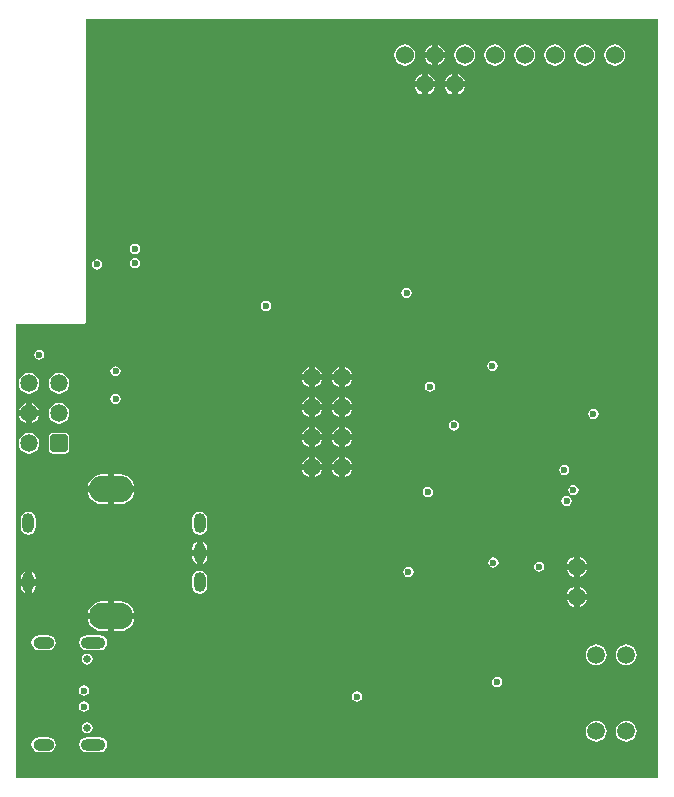
<source format=gbr>
%TF.GenerationSoftware,Altium Limited,Altium Designer,20.1.8 (145)*%
G04 Layer_Physical_Order=2*
G04 Layer_Color=36540*
%FSLAX45Y45*%
%MOMM*%
%TF.SameCoordinates,C5ED230C-B98B-42D8-9333-440794D2D960*%
%TF.FilePolarity,Positive*%
%TF.FileFunction,Copper,L2,Inr,Signal*%
%TF.Part,Single*%
G01*
G75*
%TA.AperFunction,ComponentPad*%
%ADD42C,0.65000*%
%ADD43O,2.10000X1.00000*%
%ADD44O,1.80000X1.00000*%
%ADD45C,1.50000*%
%ADD46C,0.56000*%
G04:AMPARAMS|DCode=47|XSize=1.5mm|YSize=1.45mm|CornerRadius=0.18125mm|HoleSize=0mm|Usage=FLASHONLY|Rotation=90.000|XOffset=0mm|YOffset=0mm|HoleType=Round|Shape=RoundedRectangle|*
%AMROUNDEDRECTD47*
21,1,1.50000,1.08750,0,0,90.0*
21,1,1.13750,1.45000,0,0,90.0*
1,1,0.36250,0.54375,0.56875*
1,1,0.36250,0.54375,-0.56875*
1,1,0.36250,-0.54375,-0.56875*
1,1,0.36250,-0.54375,0.56875*
%
%ADD47ROUNDEDRECTD47*%
%ADD48O,1.45000X1.50000*%
G04:AMPARAMS|DCode=49|XSize=2.25mm|YSize=3.75mm|CornerRadius=1.125mm|HoleSize=0mm|Usage=FLASHONLY|Rotation=90.000|XOffset=0mm|YOffset=0mm|HoleType=Round|Shape=RoundedRectangle|*
%AMROUNDEDRECTD49*
21,1,2.25000,1.50000,0,0,90.0*
21,1,0.00000,3.75000,0,0,90.0*
1,1,2.25000,0.75000,0.00000*
1,1,2.25000,0.75000,0.00000*
1,1,2.25000,-0.75000,0.00000*
1,1,2.25000,-0.75000,0.00000*
%
%ADD49ROUNDEDRECTD49*%
%ADD50O,3.75000X2.25000*%
%ADD51O,1.00000X1.70000*%
%ADD52C,1.52400*%
%TA.AperFunction,ViaPad*%
%ADD53C,0.60000*%
G36*
X5466660Y41341D02*
X33341D01*
Y3883072D01*
X601280D01*
X609084Y3884625D01*
X615700Y3889045D01*
X620120Y3895661D01*
X621672Y3903464D01*
Y6466659D01*
X5466659Y6466659D01*
X5466660Y41341D01*
D02*
G37*
%LPC*%
G36*
X3604402Y6248203D02*
Y6187907D01*
X3664701D01*
X3656655Y6207334D01*
X3642405Y6225904D01*
X3623834Y6240154D01*
X3604402Y6248203D01*
D02*
G37*
G36*
X3553602Y6248204D02*
X3534167Y6240154D01*
X3515596Y6225904D01*
X3501347Y6207334D01*
X3493300Y6187907D01*
X3553602D01*
Y6248204D01*
D02*
G37*
G36*
X3664707Y6137107D02*
X3604402D01*
Y6076797D01*
X3623834Y6084846D01*
X3642405Y6099096D01*
X3656655Y6117667D01*
X3664707Y6137107D01*
D02*
G37*
G36*
X3553602D02*
X3493294D01*
X3501347Y6117667D01*
X3515596Y6099096D01*
X3534167Y6084846D01*
X3553602Y6076796D01*
Y6137107D01*
D02*
G37*
G36*
X5103001Y6252167D02*
X5079793Y6249112D01*
X5058167Y6240154D01*
X5039596Y6225904D01*
X5025347Y6207334D01*
X5016389Y6185708D01*
X5013334Y6162500D01*
X5016389Y6139293D01*
X5025347Y6117667D01*
X5039596Y6099096D01*
X5058167Y6084846D01*
X5079793Y6075889D01*
X5103001Y6072833D01*
X5126208Y6075889D01*
X5147834Y6084846D01*
X5166405Y6099096D01*
X5180655Y6117667D01*
X5189612Y6139293D01*
X5192668Y6162500D01*
X5189612Y6185708D01*
X5180655Y6207334D01*
X5166405Y6225904D01*
X5147834Y6240154D01*
X5126208Y6249112D01*
X5103001Y6252167D01*
D02*
G37*
G36*
X4849001D02*
X4825793Y6249112D01*
X4804167Y6240154D01*
X4785596Y6225904D01*
X4771347Y6207334D01*
X4762389Y6185708D01*
X4759334Y6162500D01*
X4762389Y6139293D01*
X4771347Y6117667D01*
X4785596Y6099096D01*
X4804167Y6084846D01*
X4825793Y6075889D01*
X4849001Y6072833D01*
X4872208Y6075889D01*
X4893834Y6084846D01*
X4912405Y6099096D01*
X4926655Y6117667D01*
X4935612Y6139293D01*
X4938668Y6162500D01*
X4935612Y6185708D01*
X4926655Y6207334D01*
X4912405Y6225904D01*
X4893834Y6240154D01*
X4872208Y6249112D01*
X4849001Y6252167D01*
D02*
G37*
G36*
X4595001D02*
X4571793Y6249112D01*
X4550167Y6240154D01*
X4531596Y6225904D01*
X4517347Y6207334D01*
X4508389Y6185708D01*
X4505334Y6162500D01*
X4508389Y6139293D01*
X4517347Y6117667D01*
X4531596Y6099096D01*
X4550167Y6084846D01*
X4571793Y6075889D01*
X4595001Y6072833D01*
X4618208Y6075889D01*
X4639834Y6084846D01*
X4658405Y6099096D01*
X4672655Y6117667D01*
X4681612Y6139293D01*
X4684668Y6162500D01*
X4681612Y6185708D01*
X4672655Y6207334D01*
X4658405Y6225904D01*
X4639834Y6240154D01*
X4618208Y6249112D01*
X4595001Y6252167D01*
D02*
G37*
G36*
X4341001D02*
X4317793Y6249112D01*
X4296167Y6240154D01*
X4277596Y6225904D01*
X4263347Y6207334D01*
X4254389Y6185708D01*
X4251334Y6162500D01*
X4254389Y6139293D01*
X4263347Y6117667D01*
X4277596Y6099096D01*
X4296167Y6084846D01*
X4317793Y6075889D01*
X4341001Y6072833D01*
X4364208Y6075889D01*
X4385834Y6084846D01*
X4404405Y6099096D01*
X4418655Y6117667D01*
X4427612Y6139293D01*
X4430668Y6162500D01*
X4427612Y6185708D01*
X4418655Y6207334D01*
X4404405Y6225904D01*
X4385834Y6240154D01*
X4364208Y6249112D01*
X4341001Y6252167D01*
D02*
G37*
G36*
X4087001D02*
X4063793Y6249112D01*
X4042167Y6240154D01*
X4023596Y6225904D01*
X4009347Y6207334D01*
X4000389Y6185708D01*
X3997334Y6162500D01*
X4000389Y6139293D01*
X4009347Y6117667D01*
X4023596Y6099096D01*
X4042167Y6084846D01*
X4063793Y6075889D01*
X4087001Y6072833D01*
X4110208Y6075889D01*
X4131834Y6084846D01*
X4150405Y6099096D01*
X4164655Y6117667D01*
X4173612Y6139293D01*
X4176668Y6162500D01*
X4173612Y6185708D01*
X4164655Y6207334D01*
X4150405Y6225904D01*
X4131834Y6240154D01*
X4110208Y6249112D01*
X4087001Y6252167D01*
D02*
G37*
G36*
X3833001D02*
X3809793Y6249112D01*
X3788167Y6240154D01*
X3769596Y6225904D01*
X3755347Y6207334D01*
X3746389Y6185708D01*
X3743334Y6162500D01*
X3746389Y6139293D01*
X3755347Y6117667D01*
X3769596Y6099096D01*
X3788167Y6084846D01*
X3809793Y6075889D01*
X3833001Y6072833D01*
X3856208Y6075889D01*
X3877834Y6084846D01*
X3896405Y6099096D01*
X3910655Y6117667D01*
X3919612Y6139293D01*
X3922668Y6162500D01*
X3919612Y6185708D01*
X3910655Y6207334D01*
X3896405Y6225904D01*
X3877834Y6240154D01*
X3856208Y6249112D01*
X3833001Y6252167D01*
D02*
G37*
G36*
X3325001D02*
X3301793Y6249112D01*
X3280167Y6240154D01*
X3261596Y6225904D01*
X3247347Y6207334D01*
X3238389Y6185708D01*
X3235334Y6162500D01*
X3238389Y6139293D01*
X3247347Y6117667D01*
X3261596Y6099096D01*
X3280167Y6084846D01*
X3301793Y6075889D01*
X3325001Y6072833D01*
X3348208Y6075889D01*
X3369834Y6084846D01*
X3388405Y6099096D01*
X3402655Y6117667D01*
X3411612Y6139293D01*
X3414668Y6162500D01*
X3411612Y6185708D01*
X3402655Y6207334D01*
X3388405Y6225904D01*
X3369834Y6240154D01*
X3348208Y6249112D01*
X3325001Y6252167D01*
D02*
G37*
G36*
X3771906Y5997902D02*
Y5938899D01*
X3830905D01*
X3823106Y5957728D01*
X3809048Y5976048D01*
X3790728Y5990106D01*
X3771906Y5997902D01*
D02*
G37*
G36*
X3517906D02*
Y5938899D01*
X3576905D01*
X3569106Y5957728D01*
X3555048Y5976048D01*
X3536728Y5990106D01*
X3517906Y5997902D01*
D02*
G37*
G36*
X3467106Y5997907D02*
X3448272Y5990106D01*
X3429952Y5976048D01*
X3415894Y5957728D01*
X3408095Y5938899D01*
X3467106D01*
Y5997907D01*
D02*
G37*
G36*
X3721106D02*
X3702272Y5990106D01*
X3683952Y5976048D01*
X3669894Y5957728D01*
X3662095Y5938899D01*
X3721106D01*
Y5997907D01*
D02*
G37*
G36*
X3830904Y5888099D02*
X3771906D01*
Y5829098D01*
X3790728Y5836894D01*
X3809048Y5850952D01*
X3823106Y5869272D01*
X3830904Y5888099D01*
D02*
G37*
G36*
X3576904D02*
X3517906D01*
Y5829098D01*
X3536728Y5836894D01*
X3555048Y5850952D01*
X3569106Y5869272D01*
X3576904Y5888099D01*
D02*
G37*
G36*
X3467106D02*
X3408096D01*
X3415894Y5869272D01*
X3429952Y5850952D01*
X3448272Y5836894D01*
X3467106Y5829093D01*
Y5888099D01*
D02*
G37*
G36*
X3721106D02*
X3662096D01*
X3669894Y5869272D01*
X3683952Y5850952D01*
X3702272Y5836894D01*
X3721106Y5829093D01*
Y5888099D01*
D02*
G37*
G36*
X1040000Y4563536D02*
X1023339Y4560222D01*
X1009215Y4550785D01*
X999778Y4536660D01*
X996464Y4520000D01*
X999778Y4503339D01*
X1009215Y4489215D01*
X1023339Y4479777D01*
X1040000Y4476463D01*
X1056661Y4479777D01*
X1070785Y4489215D01*
X1080222Y4503339D01*
X1083536Y4520000D01*
X1080222Y4536660D01*
X1070785Y4550785D01*
X1056661Y4560222D01*
X1040000Y4563536D01*
D02*
G37*
G36*
Y4443696D02*
X1023339Y4440382D01*
X1009215Y4430945D01*
X999778Y4416820D01*
X996464Y4400160D01*
X999778Y4383499D01*
X1009215Y4369375D01*
X1023339Y4359937D01*
X1040000Y4356623D01*
X1056661Y4359937D01*
X1070785Y4369375D01*
X1080222Y4383499D01*
X1083536Y4400160D01*
X1080222Y4416820D01*
X1070785Y4430945D01*
X1056661Y4440382D01*
X1040000Y4443696D01*
D02*
G37*
G36*
X720294Y4433693D02*
X703633Y4430380D01*
X689509Y4420942D01*
X680072Y4406818D01*
X676758Y4390157D01*
X680072Y4373496D01*
X689509Y4359372D01*
X703633Y4349935D01*
X720294Y4346621D01*
X736955Y4349935D01*
X751079Y4359372D01*
X760516Y4373496D01*
X763830Y4390157D01*
X760516Y4406818D01*
X751079Y4420942D01*
X736955Y4430380D01*
X720294Y4433693D01*
D02*
G37*
G36*
X3339180Y4192532D02*
X3322520Y4189218D01*
X3308395Y4179781D01*
X3298958Y4165657D01*
X3295644Y4148996D01*
X3298958Y4132335D01*
X3308395Y4118211D01*
X3322520Y4108774D01*
X3339180Y4105460D01*
X3355841Y4108774D01*
X3369965Y4118211D01*
X3379403Y4132335D01*
X3382717Y4148996D01*
X3379403Y4165657D01*
X3369965Y4179781D01*
X3355841Y4189218D01*
X3339180Y4192532D01*
D02*
G37*
G36*
X2150187Y4082136D02*
X2133527Y4078822D01*
X2119403Y4069385D01*
X2109965Y4055261D01*
X2106651Y4038600D01*
X2109965Y4021939D01*
X2119403Y4007815D01*
X2133527Y3998378D01*
X2150187Y3995064D01*
X2166848Y3998378D01*
X2180972Y4007815D01*
X2190410Y4021939D01*
X2193724Y4038600D01*
X2190410Y4055261D01*
X2180972Y4069385D01*
X2166848Y4078822D01*
X2150187Y4082136D01*
D02*
G37*
G36*
X230000Y3669396D02*
X213339Y3666082D01*
X199215Y3656644D01*
X189778Y3642520D01*
X186464Y3625859D01*
X189778Y3609199D01*
X199215Y3595074D01*
X213339Y3585637D01*
X230000Y3582323D01*
X246661Y3585637D01*
X260785Y3595074D01*
X270222Y3609199D01*
X273536Y3625859D01*
X270222Y3642520D01*
X260785Y3656644D01*
X246661Y3666082D01*
X230000Y3669396D01*
D02*
G37*
G36*
X4066567Y3574936D02*
X4049906Y3571622D01*
X4035782Y3562185D01*
X4026345Y3548060D01*
X4023031Y3531400D01*
X4026345Y3514739D01*
X4035782Y3500615D01*
X4049906Y3491177D01*
X4066567Y3487863D01*
X4083228Y3491177D01*
X4097352Y3500615D01*
X4106789Y3514739D01*
X4110103Y3531400D01*
X4106789Y3548060D01*
X4097352Y3562185D01*
X4083228Y3571622D01*
X4066567Y3574936D01*
D02*
G37*
G36*
X2819395Y3518191D02*
Y3459187D01*
X2878403D01*
X2870606Y3478012D01*
X2856548Y3496332D01*
X2838228Y3510390D01*
X2819395Y3518191D01*
D02*
G37*
G36*
X2768595Y3518187D02*
X2749772Y3510390D01*
X2731452Y3496332D01*
X2717394Y3478012D01*
X2709597Y3459187D01*
X2768595D01*
Y3518187D01*
D02*
G37*
G36*
X2563494Y3518189D02*
Y3459184D01*
X2622499D01*
X2614700Y3478012D01*
X2600643Y3496332D01*
X2582322Y3510390D01*
X2563494Y3518189D01*
D02*
G37*
G36*
X2512694D02*
X2493866Y3510390D01*
X2475546Y3496332D01*
X2461489Y3478012D01*
X2453690Y3459184D01*
X2512694D01*
Y3518189D01*
D02*
G37*
G36*
X875473Y3528108D02*
X858812Y3524794D01*
X844688Y3515356D01*
X835251Y3501232D01*
X831937Y3484572D01*
X835251Y3467911D01*
X844688Y3453787D01*
X858812Y3444349D01*
X875473Y3441035D01*
X892134Y3444349D01*
X906258Y3453787D01*
X915695Y3467911D01*
X919009Y3484572D01*
X915695Y3501232D01*
X906258Y3515356D01*
X892134Y3524794D01*
X875473Y3528108D01*
D02*
G37*
G36*
X2768595Y3408387D02*
X2709594D01*
X2717394Y3389556D01*
X2731452Y3371236D01*
X2749772Y3357178D01*
X2768595Y3349381D01*
Y3408387D01*
D02*
G37*
G36*
X2622499Y3408384D02*
X2563494D01*
Y3349379D01*
X2582322Y3357178D01*
X2600643Y3371236D01*
X2614700Y3389556D01*
X2622499Y3408384D01*
D02*
G37*
G36*
X2512694D02*
X2453690D01*
X2461489Y3389556D01*
X2475546Y3371236D01*
X2493866Y3357178D01*
X2512694Y3349379D01*
Y3408384D01*
D02*
G37*
G36*
X2878406Y3408387D02*
X2819395D01*
Y3349377D01*
X2838228Y3357178D01*
X2856548Y3371236D01*
X2870606Y3389556D01*
X2878406Y3408387D01*
D02*
G37*
G36*
X3537876Y3398015D02*
X3521215Y3394701D01*
X3507091Y3385264D01*
X3497653Y3371140D01*
X3494339Y3354479D01*
X3497653Y3337818D01*
X3507091Y3323694D01*
X3521215Y3314257D01*
X3537876Y3310943D01*
X3554536Y3314257D01*
X3568661Y3323694D01*
X3578098Y3337818D01*
X3581412Y3354479D01*
X3578098Y3371140D01*
X3568661Y3385264D01*
X3554536Y3394701D01*
X3537876Y3398015D01*
D02*
G37*
G36*
X397000Y3472435D02*
X374758Y3469507D01*
X354032Y3460922D01*
X336235Y3447265D01*
X322578Y3429467D01*
X313993Y3408741D01*
X311065Y3386500D01*
Y3381500D01*
X313993Y3359258D01*
X322578Y3338532D01*
X336235Y3320735D01*
X354032Y3307078D01*
X374758Y3298493D01*
X397000Y3295565D01*
X419241Y3298493D01*
X439968Y3307078D01*
X457765Y3320735D01*
X471422Y3338532D01*
X480007Y3359258D01*
X482935Y3381500D01*
Y3386500D01*
X480007Y3408741D01*
X471422Y3429467D01*
X457765Y3447265D01*
X439968Y3460922D01*
X419241Y3469507D01*
X397000Y3472435D01*
D02*
G37*
G36*
X143000D02*
X120758Y3469507D01*
X100032Y3460922D01*
X82235Y3447265D01*
X68578Y3429467D01*
X59993Y3408741D01*
X57065Y3386500D01*
Y3381500D01*
X59993Y3359258D01*
X68578Y3338532D01*
X82235Y3320735D01*
X100032Y3307078D01*
X120758Y3298493D01*
X143000Y3295565D01*
X165241Y3298493D01*
X185968Y3307078D01*
X203765Y3320735D01*
X217422Y3338532D01*
X226007Y3359258D01*
X228935Y3381500D01*
Y3386500D01*
X226007Y3408741D01*
X217422Y3429467D01*
X203765Y3447265D01*
X185968Y3460922D01*
X165241Y3469507D01*
X143000Y3472435D01*
D02*
G37*
G36*
X875473Y3293583D02*
X858812Y3290269D01*
X844688Y3280831D01*
X835251Y3266707D01*
X831937Y3250046D01*
X835251Y3233386D01*
X844688Y3219262D01*
X858812Y3209824D01*
X875473Y3206510D01*
X892134Y3209824D01*
X906258Y3219262D01*
X915695Y3233386D01*
X919009Y3250046D01*
X915695Y3266707D01*
X906258Y3280831D01*
X892134Y3290269D01*
X875473Y3293583D01*
D02*
G37*
G36*
X2819400Y3264189D02*
Y3205184D01*
X2878405D01*
X2870606Y3224012D01*
X2856548Y3242332D01*
X2838228Y3256390D01*
X2819400Y3264189D01*
D02*
G37*
G36*
X2768600D02*
X2749772Y3256390D01*
X2731452Y3242332D01*
X2717394Y3224012D01*
X2709595Y3205184D01*
X2768600D01*
Y3264189D01*
D02*
G37*
G36*
X2563494D02*
Y3205184D01*
X2622499D01*
X2614700Y3224012D01*
X2600643Y3242332D01*
X2582322Y3256390D01*
X2563494Y3264189D01*
D02*
G37*
G36*
X2512694D02*
X2493866Y3256390D01*
X2475546Y3242332D01*
X2461489Y3224012D01*
X2453690Y3205184D01*
X2512694D01*
Y3264189D01*
D02*
G37*
G36*
X168407Y3214196D02*
Y3155401D01*
X225734D01*
X217422Y3175467D01*
X203765Y3193265D01*
X185968Y3206922D01*
X168407Y3214196D01*
D02*
G37*
G36*
X117607Y3214201D02*
X100032Y3206922D01*
X82235Y3193265D01*
X68578Y3175467D01*
X60266Y3155401D01*
X117607D01*
Y3214201D01*
D02*
G37*
G36*
X2878405Y3154384D02*
X2819400D01*
Y3095379D01*
X2838228Y3103178D01*
X2856548Y3117236D01*
X2870606Y3135556D01*
X2878405Y3154384D01*
D02*
G37*
G36*
X2768600D02*
X2709595D01*
X2717394Y3135556D01*
X2731452Y3117236D01*
X2749772Y3103178D01*
X2768600Y3095379D01*
Y3154384D01*
D02*
G37*
G36*
X2622499D02*
X2563494D01*
Y3095379D01*
X2582322Y3103178D01*
X2600643Y3117236D01*
X2614700Y3135556D01*
X2622499Y3154384D01*
D02*
G37*
G36*
X2512694D02*
X2453690D01*
X2461489Y3135556D01*
X2475546Y3117236D01*
X2493866Y3103178D01*
X2512694Y3095379D01*
Y3154384D01*
D02*
G37*
G36*
X4922101Y3168055D02*
X4905440Y3164741D01*
X4891316Y3155303D01*
X4881878Y3141179D01*
X4878565Y3124519D01*
X4881878Y3107858D01*
X4891316Y3093734D01*
X4905440Y3084296D01*
X4922101Y3080982D01*
X4938762Y3084296D01*
X4952886Y3093734D01*
X4962323Y3107858D01*
X4965637Y3124519D01*
X4962323Y3141179D01*
X4952886Y3155303D01*
X4938762Y3164741D01*
X4922101Y3168055D01*
D02*
G37*
G36*
X225735Y3104601D02*
X168407D01*
Y3045804D01*
X185968Y3053078D01*
X203765Y3066735D01*
X217422Y3084532D01*
X225735Y3104601D01*
D02*
G37*
G36*
X117607D02*
X60265D01*
X68578Y3084532D01*
X82235Y3066735D01*
X100032Y3053078D01*
X117607Y3045798D01*
Y3104601D01*
D02*
G37*
G36*
X397000Y3218435D02*
X374758Y3215507D01*
X354032Y3206922D01*
X336235Y3193265D01*
X322578Y3175467D01*
X313993Y3154741D01*
X311065Y3132500D01*
Y3127500D01*
X313993Y3105258D01*
X322578Y3084532D01*
X336235Y3066735D01*
X354032Y3053078D01*
X374758Y3044493D01*
X397000Y3041565D01*
X419241Y3044493D01*
X439968Y3053078D01*
X457765Y3066735D01*
X471422Y3084532D01*
X480007Y3105258D01*
X482935Y3127500D01*
Y3132500D01*
X480007Y3154741D01*
X471422Y3175467D01*
X457765Y3193265D01*
X439968Y3206922D01*
X419241Y3215507D01*
X397000Y3218435D01*
D02*
G37*
G36*
X3741001Y3070216D02*
X3724340Y3066902D01*
X3710216Y3057465D01*
X3700778Y3043341D01*
X3697465Y3026680D01*
X3700778Y3010019D01*
X3710216Y2995895D01*
X3724340Y2986458D01*
X3741001Y2983144D01*
X3757662Y2986458D01*
X3771786Y2995895D01*
X3781223Y3010019D01*
X3784537Y3026680D01*
X3781223Y3043341D01*
X3771786Y3057465D01*
X3757662Y3066902D01*
X3741001Y3070216D01*
D02*
G37*
G36*
X2819395Y3010191D02*
Y2951187D01*
X2878403D01*
X2870606Y2970012D01*
X2856548Y2988332D01*
X2838228Y3002390D01*
X2819395Y3010191D01*
D02*
G37*
G36*
X2768595Y3010187D02*
X2749772Y3002390D01*
X2731452Y2988332D01*
X2717394Y2970012D01*
X2709597Y2951187D01*
X2768595D01*
Y3010187D01*
D02*
G37*
G36*
X2563494Y3010189D02*
Y2951184D01*
X2622499D01*
X2614700Y2970012D01*
X2600643Y2988332D01*
X2582322Y3002390D01*
X2563494Y3010189D01*
D02*
G37*
G36*
X2512694D02*
X2493866Y3002390D01*
X2475546Y2988332D01*
X2461489Y2970012D01*
X2453690Y2951184D01*
X2512694D01*
Y3010189D01*
D02*
G37*
G36*
X2768595Y2900387D02*
X2709594D01*
X2717394Y2881556D01*
X2731452Y2863236D01*
X2749772Y2849178D01*
X2768595Y2841381D01*
Y2900387D01*
D02*
G37*
G36*
X2622499Y2900384D02*
X2563494D01*
Y2841379D01*
X2582322Y2849178D01*
X2600643Y2863236D01*
X2614700Y2881556D01*
X2622499Y2900384D01*
D02*
G37*
G36*
X2512694D02*
X2453690D01*
X2461489Y2881556D01*
X2475546Y2863236D01*
X2493866Y2849178D01*
X2512694Y2841379D01*
Y2900384D01*
D02*
G37*
G36*
X2878406Y2900387D02*
X2819395D01*
Y2841377D01*
X2838228Y2849178D01*
X2856548Y2863236D01*
X2870606Y2881556D01*
X2878406Y2900387D01*
D02*
G37*
G36*
X451375Y2964304D02*
X342625D01*
X330598Y2961911D01*
X320401Y2955098D01*
X313588Y2944902D01*
X311196Y2932875D01*
Y2819125D01*
X313588Y2807098D01*
X320401Y2796901D01*
X330598Y2790088D01*
X342625Y2787696D01*
X451375D01*
X463402Y2790088D01*
X473599Y2796901D01*
X480412Y2807098D01*
X482804Y2819125D01*
Y2932875D01*
X480412Y2944902D01*
X473599Y2955098D01*
X463402Y2961911D01*
X451375Y2964304D01*
D02*
G37*
G36*
X143000Y2964435D02*
X120758Y2961507D01*
X100032Y2952922D01*
X82235Y2939265D01*
X68578Y2921467D01*
X59993Y2900741D01*
X57065Y2878500D01*
Y2873500D01*
X59993Y2851258D01*
X68578Y2830532D01*
X82235Y2812735D01*
X100032Y2799078D01*
X120758Y2790493D01*
X143000Y2787565D01*
X165241Y2790493D01*
X185968Y2799078D01*
X203765Y2812735D01*
X217422Y2830532D01*
X226007Y2851258D01*
X228935Y2873500D01*
Y2878500D01*
X226007Y2900741D01*
X217422Y2921467D01*
X203765Y2939265D01*
X185968Y2952922D01*
X165241Y2961507D01*
X143000Y2964435D01*
D02*
G37*
G36*
X2563493Y2756189D02*
Y2697191D01*
X2622496D01*
X2614700Y2716012D01*
X2600643Y2734332D01*
X2582322Y2748390D01*
X2563493Y2756189D01*
D02*
G37*
G36*
X2512693Y2756188D02*
X2493866Y2748390D01*
X2475546Y2734332D01*
X2461489Y2716012D01*
X2453692Y2697191D01*
X2512693D01*
Y2756188D01*
D02*
G37*
G36*
X2819395Y2756191D02*
Y2697187D01*
X2878403D01*
X2870606Y2716012D01*
X2856548Y2734332D01*
X2838228Y2748390D01*
X2819395Y2756191D01*
D02*
G37*
G36*
X2768595Y2756187D02*
X2749772Y2748390D01*
X2731452Y2734332D01*
X2717394Y2716012D01*
X2709597Y2697187D01*
X2768595D01*
Y2756187D01*
D02*
G37*
G36*
X4675541Y2692237D02*
X4658880Y2688923D01*
X4644756Y2679485D01*
X4635318Y2665361D01*
X4632004Y2648700D01*
X4635318Y2632040D01*
X4644756Y2617916D01*
X4658880Y2608478D01*
X4675541Y2605164D01*
X4692201Y2608478D01*
X4706326Y2617916D01*
X4715763Y2632040D01*
X4719077Y2648700D01*
X4715763Y2665361D01*
X4706326Y2679485D01*
X4692201Y2688923D01*
X4675541Y2692237D01*
D02*
G37*
G36*
X2768595Y2646387D02*
X2709594D01*
X2717394Y2627556D01*
X2731452Y2609236D01*
X2749772Y2595178D01*
X2768595Y2587381D01*
Y2646387D01*
D02*
G37*
G36*
X2512693Y2646391D02*
X2453687D01*
X2461489Y2627556D01*
X2475546Y2609236D01*
X2493866Y2595178D01*
X2512693Y2587380D01*
Y2646391D01*
D02*
G37*
G36*
X2622502D02*
X2563493D01*
Y2587379D01*
X2582322Y2595178D01*
X2600643Y2609236D01*
X2614700Y2627556D01*
X2622502Y2646391D01*
D02*
G37*
G36*
X2878406Y2646387D02*
X2819395D01*
Y2587377D01*
X2838228Y2595178D01*
X2856548Y2609236D01*
X2870606Y2627556D01*
X2878406Y2646387D01*
D02*
G37*
G36*
X913200Y2611960D02*
X863600D01*
Y2511082D01*
X1036136D01*
X1035177Y2518364D01*
X1022562Y2548820D01*
X1002494Y2574974D01*
X976340Y2595042D01*
X945884Y2607657D01*
X913200Y2611960D01*
D02*
G37*
G36*
X812800D02*
X763200D01*
X730516Y2607657D01*
X700060Y2595042D01*
X673906Y2574974D01*
X653838Y2548820D01*
X641223Y2518364D01*
X640264Y2511082D01*
X812800D01*
Y2611960D01*
D02*
G37*
G36*
X4752294Y2522237D02*
X4735634Y2518923D01*
X4721509Y2509485D01*
X4712072Y2495361D01*
X4708758Y2478700D01*
X4712072Y2462040D01*
X4721509Y2447915D01*
X4735634Y2438478D01*
X4752294Y2435164D01*
X4768955Y2438478D01*
X4783079Y2447915D01*
X4792517Y2462040D01*
X4795831Y2478700D01*
X4792517Y2495361D01*
X4783079Y2509485D01*
X4768955Y2518923D01*
X4752294Y2522237D01*
D02*
G37*
G36*
X3519285Y2507597D02*
X3502624Y2504283D01*
X3488500Y2494845D01*
X3479062Y2480721D01*
X3475748Y2464060D01*
X3479062Y2447400D01*
X3488500Y2433276D01*
X3502624Y2423838D01*
X3519285Y2420524D01*
X3535945Y2423838D01*
X3550069Y2433276D01*
X3559507Y2447400D01*
X3562821Y2464060D01*
X3559507Y2480721D01*
X3550069Y2494845D01*
X3535945Y2504283D01*
X3519285Y2507597D01*
D02*
G37*
G36*
X1036136Y2460282D02*
X863600D01*
Y2359400D01*
X913200D01*
X945884Y2363703D01*
X976340Y2376318D01*
X1002494Y2396387D01*
X1022562Y2422540D01*
X1035177Y2452996D01*
X1036136Y2460282D01*
D02*
G37*
G36*
X812800D02*
X640264D01*
X641223Y2452996D01*
X653838Y2422540D01*
X673906Y2396387D01*
X700060Y2376318D01*
X730516Y2363703D01*
X763200Y2359400D01*
X812800D01*
Y2460282D01*
D02*
G37*
G36*
X4694181Y2431297D02*
X4677520Y2427983D01*
X4663396Y2418545D01*
X4653959Y2404421D01*
X4650645Y2387761D01*
X4653959Y2371100D01*
X4663396Y2356976D01*
X4677520Y2347538D01*
X4694181Y2344224D01*
X4710842Y2347538D01*
X4724966Y2356976D01*
X4734404Y2371100D01*
X4737717Y2387761D01*
X4734404Y2404421D01*
X4724966Y2418545D01*
X4710842Y2427983D01*
X4694181Y2431297D01*
D02*
G37*
G36*
X1588200Y2297108D02*
X1563736Y2292242D01*
X1542996Y2278384D01*
X1529138Y2257644D01*
X1524272Y2233180D01*
Y2163180D01*
X1529138Y2138716D01*
X1542996Y2117976D01*
X1563736Y2104118D01*
X1588200Y2099252D01*
X1612664Y2104118D01*
X1633404Y2117976D01*
X1647262Y2138716D01*
X1652128Y2163180D01*
Y2233180D01*
X1647262Y2257644D01*
X1633404Y2278384D01*
X1612664Y2292242D01*
X1588200Y2297108D01*
D02*
G37*
G36*
X138200D02*
X113736Y2292242D01*
X92996Y2278384D01*
X79138Y2257644D01*
X74272Y2233180D01*
Y2163180D01*
X79138Y2138716D01*
X92996Y2117976D01*
X113736Y2104118D01*
X138200Y2099252D01*
X162664Y2104118D01*
X183404Y2117976D01*
X197262Y2138716D01*
X202128Y2163180D01*
Y2233180D01*
X197262Y2257644D01*
X183404Y2278384D01*
X162664Y2292242D01*
X138200Y2297108D01*
D02*
G37*
G36*
X1615198Y2040549D02*
Y1975174D01*
X1652128D01*
Y1983180D01*
X1647262Y2007644D01*
X1633404Y2028384D01*
X1615198Y2040549D01*
D02*
G37*
G36*
X1561199Y2040547D02*
X1542996Y2028384D01*
X1529138Y2007644D01*
X1524272Y1983180D01*
Y1975174D01*
X1561199D01*
Y2040547D01*
D02*
G37*
G36*
X4805709Y1915057D02*
Y1856052D01*
X4864714D01*
X4856915Y1874881D01*
X4842857Y1893201D01*
X4824537Y1907258D01*
X4805709Y1915057D01*
D02*
G37*
G36*
X4754909D02*
X4736081Y1907258D01*
X4717761Y1893201D01*
X4703704Y1874881D01*
X4695905Y1856052D01*
X4754909D01*
Y1915057D01*
D02*
G37*
G36*
X1561199Y1921174D02*
X1524272D01*
Y1913180D01*
X1529138Y1888716D01*
X1542996Y1867976D01*
X1561199Y1855813D01*
Y1921174D01*
D02*
G37*
G36*
X1652128D02*
X1615198D01*
Y1855811D01*
X1633404Y1867976D01*
X1647262Y1888716D01*
X1652128Y1913180D01*
Y1921174D01*
D02*
G37*
G36*
X4074879Y1909424D02*
X4058219Y1906110D01*
X4044095Y1896672D01*
X4034657Y1882548D01*
X4031343Y1865887D01*
X4034657Y1849227D01*
X4044095Y1835103D01*
X4058219Y1825665D01*
X4074879Y1822351D01*
X4091540Y1825665D01*
X4105664Y1835103D01*
X4115102Y1849227D01*
X4118416Y1865887D01*
X4115102Y1882548D01*
X4105664Y1896672D01*
X4091540Y1906110D01*
X4074879Y1909424D01*
D02*
G37*
G36*
X4463001Y1874189D02*
X4446340Y1870875D01*
X4432216Y1861437D01*
X4422779Y1847313D01*
X4419465Y1830652D01*
X4422779Y1813992D01*
X4432216Y1799868D01*
X4446340Y1790430D01*
X4463001Y1787116D01*
X4479662Y1790430D01*
X4493786Y1799868D01*
X4503223Y1813992D01*
X4506537Y1830652D01*
X4503223Y1847313D01*
X4493786Y1861437D01*
X4479662Y1870875D01*
X4463001Y1874189D01*
D02*
G37*
G36*
X4864714Y1805252D02*
X4805709D01*
Y1746248D01*
X4824537Y1754047D01*
X4842857Y1768104D01*
X4856915Y1786424D01*
X4864714Y1805252D01*
D02*
G37*
G36*
X4754909D02*
X4695905D01*
X4703704Y1786424D01*
X4717761Y1768104D01*
X4736081Y1754047D01*
X4754909Y1746248D01*
Y1805252D01*
D02*
G37*
G36*
X3355652Y1829111D02*
X3338992Y1825797D01*
X3324867Y1816360D01*
X3315430Y1802235D01*
X3312116Y1785575D01*
X3315430Y1768914D01*
X3324867Y1754790D01*
X3338992Y1745352D01*
X3355652Y1742038D01*
X3372313Y1745352D01*
X3386437Y1754790D01*
X3395875Y1768914D01*
X3399189Y1785575D01*
X3395875Y1802235D01*
X3386437Y1816360D01*
X3372313Y1825797D01*
X3355652Y1829111D01*
D02*
G37*
G36*
X165203Y1790546D02*
Y1725184D01*
X202128D01*
Y1733180D01*
X197262Y1757644D01*
X183404Y1778384D01*
X165203Y1790546D01*
D02*
G37*
G36*
X111203Y1790550D02*
X92996Y1778384D01*
X79138Y1757644D01*
X74272Y1733180D01*
Y1725184D01*
X111203D01*
Y1790550D01*
D02*
G37*
G36*
X202128Y1671184D02*
X165203D01*
Y1605814D01*
X183404Y1617976D01*
X197262Y1638716D01*
X202128Y1663180D01*
Y1671184D01*
D02*
G37*
G36*
X111203D02*
X74272D01*
Y1663180D01*
X79138Y1638716D01*
X92996Y1617976D01*
X111203Y1605810D01*
Y1671184D01*
D02*
G37*
G36*
X4805709Y1661057D02*
Y1602052D01*
X4864714D01*
X4856915Y1620881D01*
X4842857Y1639201D01*
X4824537Y1653258D01*
X4805709Y1661057D01*
D02*
G37*
G36*
X4754909D02*
X4736081Y1653258D01*
X4717761Y1639201D01*
X4703704Y1620881D01*
X4695905Y1602052D01*
X4754909D01*
Y1661057D01*
D02*
G37*
G36*
X1588200Y1797108D02*
X1563736Y1792242D01*
X1542996Y1778384D01*
X1529138Y1757644D01*
X1524272Y1733180D01*
Y1663180D01*
X1529138Y1638716D01*
X1542996Y1617976D01*
X1563736Y1604118D01*
X1588200Y1599252D01*
X1612664Y1604118D01*
X1633404Y1617976D01*
X1647262Y1638716D01*
X1652128Y1663180D01*
Y1733180D01*
X1647262Y1757644D01*
X1633404Y1778384D01*
X1612664Y1792242D01*
X1588200Y1797108D01*
D02*
G37*
G36*
X4864714Y1551252D02*
X4805709D01*
Y1492248D01*
X4824537Y1500047D01*
X4842857Y1514104D01*
X4856915Y1532424D01*
X4864714Y1551252D01*
D02*
G37*
G36*
X4754909D02*
X4695905D01*
X4703704Y1532424D01*
X4717761Y1514104D01*
X4736081Y1500047D01*
X4754909Y1492248D01*
Y1551252D01*
D02*
G37*
G36*
X913200Y1536960D02*
X863599D01*
Y1436081D01*
X1036136D01*
X1035177Y1443364D01*
X1022562Y1473820D01*
X1002494Y1499973D01*
X976340Y1520042D01*
X945884Y1532657D01*
X913200Y1536960D01*
D02*
G37*
G36*
X812799D02*
X763200D01*
X730516Y1532657D01*
X700060Y1520042D01*
X673906Y1499973D01*
X653838Y1473820D01*
X641223Y1443364D01*
X640264Y1436081D01*
X812799D01*
Y1536960D01*
D02*
G37*
G36*
X1036136Y1385281D02*
X863599D01*
Y1284400D01*
X913200D01*
X945884Y1288703D01*
X976340Y1301318D01*
X1002494Y1321386D01*
X1022562Y1347540D01*
X1035177Y1377996D01*
X1036136Y1385281D01*
D02*
G37*
G36*
X812799D02*
X640264D01*
X641223Y1377996D01*
X653838Y1347540D01*
X673906Y1321386D01*
X700060Y1301318D01*
X730516Y1288703D01*
X763200Y1284400D01*
X812799D01*
Y1385281D01*
D02*
G37*
G36*
X741001Y1252214D02*
X631001D01*
X606537Y1247348D01*
X585797Y1233490D01*
X571939Y1212750D01*
X567073Y1188286D01*
X571939Y1163821D01*
X585797Y1143082D01*
X606537Y1129224D01*
X631001Y1124357D01*
X741001D01*
X765465Y1129224D01*
X786205Y1143082D01*
X800063Y1163821D01*
X804929Y1188286D01*
X800063Y1212750D01*
X786205Y1233490D01*
X765465Y1247348D01*
X741001Y1252214D01*
D02*
G37*
G36*
X307993D02*
X227993D01*
X203529Y1247348D01*
X182789Y1233490D01*
X168931Y1212750D01*
X164065Y1188286D01*
X168931Y1163821D01*
X182789Y1143082D01*
X203529Y1129224D01*
X227993Y1124357D01*
X307993D01*
X332457Y1129224D01*
X353197Y1143082D01*
X367055Y1163821D01*
X371921Y1188286D01*
X367055Y1212750D01*
X353197Y1233490D01*
X332457Y1247348D01*
X307993Y1252214D01*
D02*
G37*
G36*
X636009Y1092359D02*
X618373Y1088851D01*
X603422Y1078861D01*
X593432Y1063910D01*
X589924Y1046274D01*
X593432Y1028638D01*
X603422Y1013686D01*
X618373Y1003696D01*
X636009Y1000188D01*
X653646Y1003696D01*
X668597Y1013686D01*
X678587Y1028638D01*
X682095Y1046274D01*
X678587Y1063910D01*
X668597Y1078861D01*
X653646Y1088851D01*
X636009Y1092359D01*
D02*
G37*
G36*
X5199382Y1173037D02*
X5176488Y1170023D01*
X5155154Y1161186D01*
X5136834Y1147128D01*
X5122777Y1128808D01*
X5113940Y1107474D01*
X5110926Y1084580D01*
X5113940Y1061686D01*
X5122777Y1040352D01*
X5136834Y1022032D01*
X5155154Y1007974D01*
X5176488Y999137D01*
X5199382Y996123D01*
X5222277Y999137D01*
X5243611Y1007974D01*
X5261931Y1022032D01*
X5275988Y1040352D01*
X5284825Y1061686D01*
X5287839Y1084580D01*
X5284825Y1107474D01*
X5275988Y1128808D01*
X5261931Y1147128D01*
X5243611Y1161186D01*
X5222277Y1170023D01*
X5199382Y1173037D01*
D02*
G37*
G36*
X4945382D02*
X4922488Y1170023D01*
X4901154Y1161186D01*
X4882834Y1147128D01*
X4868777Y1128808D01*
X4859940Y1107474D01*
X4856926Y1084580D01*
X4859940Y1061686D01*
X4868777Y1040352D01*
X4882834Y1022032D01*
X4901154Y1007974D01*
X4922488Y999137D01*
X4945382Y996123D01*
X4968277Y999137D01*
X4989611Y1007974D01*
X5007931Y1022032D01*
X5021988Y1040352D01*
X5030825Y1061686D01*
X5033839Y1084580D01*
X5030825Y1107474D01*
X5021988Y1128808D01*
X5007931Y1147128D01*
X4989611Y1161186D01*
X4968277Y1170023D01*
X4945382Y1173037D01*
D02*
G37*
G36*
X4107420Y897230D02*
X4090759Y893916D01*
X4076635Y884478D01*
X4067197Y870354D01*
X4063883Y853693D01*
X4067197Y837033D01*
X4076635Y822908D01*
X4090759Y813471D01*
X4107420Y810157D01*
X4124080Y813471D01*
X4138205Y822908D01*
X4147642Y837033D01*
X4150956Y853693D01*
X4147642Y870354D01*
X4138205Y884478D01*
X4124080Y893916D01*
X4107420Y897230D01*
D02*
G37*
G36*
X609600Y824812D02*
X592939Y821498D01*
X578815Y812061D01*
X569378Y797937D01*
X566064Y781276D01*
X569378Y764615D01*
X578815Y750491D01*
X592939Y741054D01*
X609600Y737740D01*
X626261Y741054D01*
X640385Y750491D01*
X649822Y764615D01*
X653136Y781276D01*
X649822Y797937D01*
X640385Y812061D01*
X626261Y821498D01*
X609600Y824812D01*
D02*
G37*
G36*
X2919600Y774738D02*
X2902940Y771424D01*
X2888816Y761986D01*
X2879378Y747862D01*
X2876064Y731201D01*
X2879378Y714541D01*
X2888816Y700416D01*
X2902940Y690979D01*
X2919600Y687665D01*
X2936261Y690979D01*
X2950385Y700416D01*
X2959823Y714541D01*
X2963137Y731201D01*
X2959823Y747862D01*
X2950385Y761986D01*
X2936261Y771424D01*
X2919600Y774738D01*
D02*
G37*
G36*
X609600Y690065D02*
X592939Y686751D01*
X578815Y677314D01*
X569378Y663190D01*
X566064Y646529D01*
X569378Y629868D01*
X578815Y615744D01*
X592939Y606307D01*
X609600Y602993D01*
X626261Y606307D01*
X640385Y615744D01*
X649822Y629868D01*
X653136Y646529D01*
X649822Y663190D01*
X640385Y677314D01*
X626261Y686751D01*
X609600Y690065D01*
D02*
G37*
G36*
X636009Y513366D02*
X618373Y509858D01*
X603422Y499868D01*
X593432Y484917D01*
X589924Y467281D01*
X593432Y449645D01*
X603422Y434693D01*
X618373Y424703D01*
X636009Y421195D01*
X653646Y424703D01*
X668597Y434693D01*
X678587Y449645D01*
X682095Y467281D01*
X678587Y484917D01*
X668597Y499868D01*
X653646Y509858D01*
X636009Y513366D01*
D02*
G37*
G36*
X5199380Y525337D02*
X5176486Y522323D01*
X5155152Y513486D01*
X5136832Y499428D01*
X5122774Y481108D01*
X5113937Y459774D01*
X5110923Y436880D01*
X5113937Y413986D01*
X5122774Y392652D01*
X5136832Y374332D01*
X5155152Y360274D01*
X5176486Y351437D01*
X5199380Y348423D01*
X5222274Y351437D01*
X5243608Y360274D01*
X5261928Y374332D01*
X5275986Y392652D01*
X5284823Y413986D01*
X5287837Y436880D01*
X5284823Y459774D01*
X5275986Y481108D01*
X5261928Y499428D01*
X5243608Y513486D01*
X5222274Y522323D01*
X5199380Y525337D01*
D02*
G37*
G36*
X4945380D02*
X4922486Y522323D01*
X4901152Y513486D01*
X4882832Y499428D01*
X4868774Y481108D01*
X4859937Y459774D01*
X4856923Y436880D01*
X4859937Y413986D01*
X4868774Y392652D01*
X4882832Y374332D01*
X4901152Y360274D01*
X4922486Y351437D01*
X4945380Y348423D01*
X4968274Y351437D01*
X4989608Y360274D01*
X5007928Y374332D01*
X5021986Y392652D01*
X5030823Y413986D01*
X5033837Y436880D01*
X5030823Y459774D01*
X5021986Y481108D01*
X5007928Y499428D01*
X4989608Y513486D01*
X4968274Y522323D01*
X4945380Y525337D01*
D02*
G37*
G36*
X741001Y388208D02*
X631001D01*
X606537Y383341D01*
X585797Y369483D01*
X571939Y348744D01*
X567073Y324279D01*
X571939Y299815D01*
X585797Y279075D01*
X606537Y265217D01*
X631001Y260351D01*
X741001D01*
X765465Y265217D01*
X786205Y279075D01*
X800063Y299815D01*
X804929Y324279D01*
X800063Y348744D01*
X786205Y369483D01*
X765465Y383341D01*
X741001Y388208D01*
D02*
G37*
G36*
X307993D02*
X227993D01*
X203529Y383341D01*
X182789Y369483D01*
X168931Y348744D01*
X164065Y324279D01*
X168931Y299815D01*
X182789Y279075D01*
X203529Y265217D01*
X227993Y260351D01*
X307993D01*
X332457Y265217D01*
X353197Y279075D01*
X367055Y299815D01*
X371921Y324279D01*
X367055Y348744D01*
X353197Y369483D01*
X332457Y383341D01*
X307993Y388208D01*
D02*
G37*
%LPD*%
D42*
X636009Y1046274D02*
D03*
Y467281D02*
D03*
D43*
X686001Y1188286D02*
D03*
Y324279D02*
D03*
D44*
X267993Y1188286D02*
D03*
Y324279D02*
D03*
D45*
X2538094Y3433784D02*
D03*
Y3179784D02*
D03*
X2794000Y3433784D02*
D03*
Y3179784D02*
D03*
Y2671784D02*
D03*
Y2925784D02*
D03*
X2538094Y2671784D02*
D03*
X4945380Y436880D02*
D03*
X5199380D02*
D03*
X4945382Y1084580D02*
D03*
X5199382D02*
D03*
X3746500Y5913500D02*
D03*
X3492500D02*
D03*
X4780309Y1576652D02*
D03*
Y1830652D02*
D03*
X2538094Y2925784D02*
D03*
D46*
X1452280Y5054720D02*
D03*
X1592280D02*
D03*
Y4774720D02*
D03*
X1452280D02*
D03*
X1662280Y4704720D02*
D03*
X1522280D02*
D03*
X1382280D02*
D03*
X1732280Y5054720D02*
D03*
Y4914720D02*
D03*
Y4774720D02*
D03*
X1382280Y5124720D02*
D03*
X1662280D02*
D03*
X1522280D02*
D03*
X1312280Y5054720D02*
D03*
Y4774720D02*
D03*
Y4914720D02*
D03*
X1662280Y4984720D02*
D03*
Y4844720D02*
D03*
X1522280Y4984720D02*
D03*
Y4844720D02*
D03*
X1382280Y4984720D02*
D03*
Y4844720D02*
D03*
X1592280Y4914720D02*
D03*
X1452280D02*
D03*
D47*
X397000Y2876000D02*
D03*
D48*
Y3130000D02*
D03*
Y3384000D02*
D03*
X143000D02*
D03*
Y3130000D02*
D03*
Y2876000D02*
D03*
D49*
X838200Y1410680D02*
D03*
D50*
Y2485680D02*
D03*
D51*
X138200Y2198180D02*
D03*
Y1698180D02*
D03*
X1588200Y1948180D02*
D03*
Y2198180D02*
D03*
Y1698180D02*
D03*
D52*
X5103001Y6162500D02*
D03*
X4849001D02*
D03*
X4595001D02*
D03*
X4341001D02*
D03*
X4087001D02*
D03*
X3833001D02*
D03*
X3579001D02*
D03*
X3325001D02*
D03*
D53*
X1672384Y1600542D02*
D03*
X1889426Y1615164D02*
D03*
X1894121Y1001004D02*
D03*
X2150187Y4038600D02*
D03*
X875473Y3250046D02*
D03*
Y3484572D02*
D03*
X4107420Y853693D02*
D03*
X3537876Y3354479D02*
D03*
X4487850Y876720D02*
D03*
X4364420Y179321D02*
D03*
X4032731Y349582D02*
D03*
X3590575Y1201400D02*
D03*
X3755777Y1165873D02*
D03*
X2822500Y5665000D02*
D03*
X3741001Y3026680D02*
D03*
X3847502Y4038506D02*
D03*
X3974534Y4428893D02*
D03*
X4451160Y1163727D02*
D03*
X3368202Y933257D02*
D03*
X3832814Y2400548D02*
D03*
X3829164Y2534685D02*
D03*
X4402367Y2533937D02*
D03*
X4369294Y2798552D02*
D03*
X4653242Y2806841D02*
D03*
X4451322Y2914311D02*
D03*
X4493718Y3035630D02*
D03*
X3355652Y1785575D02*
D03*
X1040000Y4520000D02*
D03*
X2919600Y731201D02*
D03*
X720294Y4390157D02*
D03*
X4736225Y2308222D02*
D03*
X3733800Y4280000D02*
D03*
X538178Y598941D02*
D03*
X552930Y904130D02*
D03*
X1360390Y810301D02*
D03*
X2339340Y4064380D02*
D03*
X609600Y646529D02*
D03*
X3312398Y2159651D02*
D03*
X3248894Y2161057D02*
D03*
X3076243Y2237400D02*
D03*
X3012743D02*
D03*
X3076243Y2050000D02*
D03*
X3012743D02*
D03*
X3209177Y5052634D02*
D03*
X4006953Y4966894D02*
D03*
X3905983Y5037404D02*
D03*
X4009475Y4850025D02*
D03*
X3916557Y4775666D02*
D03*
X2237841Y2379538D02*
D03*
X2237740Y1838960D02*
D03*
X2788001Y537980D02*
D03*
X2675741Y446440D02*
D03*
X2899261D02*
D03*
X2787228Y994217D02*
D03*
X2681540Y906427D02*
D03*
X2895526Y907589D02*
D03*
X2680069Y1263457D02*
D03*
X2895184Y1263482D02*
D03*
X2787488Y1174789D02*
D03*
X2479121Y596500D02*
D03*
Y406000D02*
D03*
X2316621Y501200D02*
D03*
X2641181D02*
D03*
X2627903Y1209894D02*
D03*
X2331378Y1209089D02*
D03*
X2478624Y1117820D02*
D03*
X2479121Y1303400D02*
D03*
X4172640Y3506559D02*
D03*
X4889081Y3422859D02*
D03*
X4952581D02*
D03*
X4889081Y3610259D02*
D03*
X4952581D02*
D03*
X4663021Y3500499D02*
D03*
X4726521D02*
D03*
X4459821D02*
D03*
X4523321D02*
D03*
X3914339Y3458677D02*
D03*
X3977839D02*
D03*
X3746699D02*
D03*
X3683199D02*
D03*
X4922101Y3124519D02*
D03*
X3212802Y1076863D02*
D03*
X3434712Y2470424D02*
D03*
X3417571Y2586493D02*
D03*
X3583521Y1422990D02*
D03*
Y1594851D02*
D03*
X3519285Y2464060D02*
D03*
X3527811Y2637203D02*
D03*
X3621973Y2845215D02*
D03*
X3504199Y2801584D02*
D03*
X3821061Y1974260D02*
D03*
Y2202282D02*
D03*
X3746112Y2846377D02*
D03*
X3996471Y1968602D02*
D03*
X3979161Y2193700D02*
D03*
X4044401D02*
D03*
X3963071Y2811160D02*
D03*
X4024081D02*
D03*
X3995251Y3032320D02*
D03*
X3931701D02*
D03*
X4487850Y557443D02*
D03*
X3980419Y557533D02*
D03*
X4186781Y1417349D02*
D03*
X4236781Y2815080D02*
D03*
Y3032320D02*
D03*
X4347741Y1417349D02*
D03*
X4428221Y1452269D02*
D03*
X4350567Y1970975D02*
D03*
X4421781D02*
D03*
X4334241Y2193700D02*
D03*
X4408479Y2211833D02*
D03*
X4424321Y2378700D02*
D03*
X4642701Y2238940D02*
D03*
X4531781Y2173700D02*
D03*
X4642701D02*
D03*
X3840420Y1249138D02*
D03*
X5021261Y2189952D02*
D03*
X5059572Y2616331D02*
D03*
X4968401Y2763780D02*
D03*
X5129572Y2429810D02*
D03*
Y2590770D02*
D03*
X3055932Y932372D02*
D03*
X3212477Y787579D02*
D03*
X3581781Y2278700D02*
D03*
X4452020Y266921D02*
D03*
X3795341Y1507350D02*
D03*
X3712632Y1508920D02*
D03*
X3776405Y2083215D02*
D03*
X3801781Y2278700D02*
D03*
X4033440Y1477350D02*
D03*
X4421781Y2280290D02*
D03*
X4443414Y2082061D02*
D03*
X4752294Y2478700D02*
D03*
X5059572Y2696811D02*
D03*
X5129572Y2510290D02*
D03*
X4487533Y331802D02*
D03*
X3927847Y349582D02*
D03*
X4074879Y1865887D02*
D03*
X4060211Y1968602D02*
D03*
X3489292Y2353832D02*
D03*
X3899520Y2811160D02*
D03*
X4085091Y2801160D02*
D03*
X4488420Y1112082D02*
D03*
X4267261Y1417349D02*
D03*
X4508701Y1452269D02*
D03*
X4463001Y1830652D02*
D03*
X4694181Y2387761D02*
D03*
X4675541Y2648700D02*
D03*
X5114811Y2263770D02*
D03*
Y2344250D02*
D03*
X3875821Y1507350D02*
D03*
X3454410Y1508920D02*
D03*
X4113921Y1477350D02*
D03*
X4066567Y3531400D02*
D03*
X4779102Y1248140D02*
D03*
X3606821Y4348460D02*
D03*
X3429340Y4280000D02*
D03*
X3606821Y4168865D02*
D03*
Y4280000D02*
D03*
X3514420Y4168865D02*
D03*
X3412876Y4655706D02*
D03*
X3250809Y4749510D02*
D03*
X3123800Y6418864D02*
D03*
X1506880Y6428864D02*
D03*
X1319080Y6058585D02*
D03*
X1954080D02*
D03*
X1827080D02*
D03*
X1700080D02*
D03*
X1573080D02*
D03*
X1446080D02*
D03*
X230000Y3625859D02*
D03*
X710280Y6060000D02*
D03*
X790280D02*
D03*
Y5819440D02*
D03*
X710280D02*
D03*
X719820Y3792960D02*
D03*
X720440Y4069440D02*
D03*
X800440D02*
D03*
X800280Y4310000D02*
D03*
X604980Y3540000D02*
D03*
X692480Y3662520D02*
D03*
X512700D02*
D03*
X804900Y3897730D02*
D03*
X604980Y3790000D02*
D03*
X719820Y4000000D02*
D03*
X720280Y4310000D02*
D03*
X2555240Y4058920D02*
D03*
X1040000Y4400160D02*
D03*
X3339180Y4148996D02*
D03*
X2645145Y5570000D02*
D03*
Y4427340D02*
D03*
Y4554340D02*
D03*
Y4681340D02*
D03*
Y4808340D02*
D03*
X3833578Y5126073D02*
D03*
X2645145Y5633417D02*
D03*
Y5443340D02*
D03*
Y5321420D02*
D03*
X3547621Y4780980D02*
D03*
X3457268Y4851160D02*
D03*
X3462348Y4965760D02*
D03*
X3552683Y5035760D02*
D03*
X3639809Y5118460D02*
D03*
X3840480Y4348460D02*
D03*
Y4418460D02*
D03*
X3835400Y4620840D02*
D03*
Y4690840D02*
D03*
X3632189Y4631000D02*
D03*
Y4698460D02*
D03*
X2050461Y501200D02*
D03*
X1737781D02*
D03*
Y1208100D02*
D03*
X2050461D02*
D03*
X1893368Y1405990D02*
D03*
X1894121Y713420D02*
D03*
Y294060D02*
D03*
X1640840Y614296D02*
D03*
X2645145Y4935340D02*
D03*
Y5064880D02*
D03*
Y5194420D02*
D03*
X1437640Y341293D02*
D03*
X1305560D02*
D03*
X1257300Y636289D02*
D03*
X1125220D02*
D03*
Y917240D02*
D03*
X1257300D02*
D03*
X609600Y781276D02*
D03*
X1069340Y1070180D02*
D03*
X866140Y1093998D02*
D03*
Y1022878D02*
D03*
Y382900D02*
D03*
Y454020D02*
D03*
%TF.MD5,eb12a4e37369e6d86dcfc4e18cc7fd82*%
M02*

</source>
